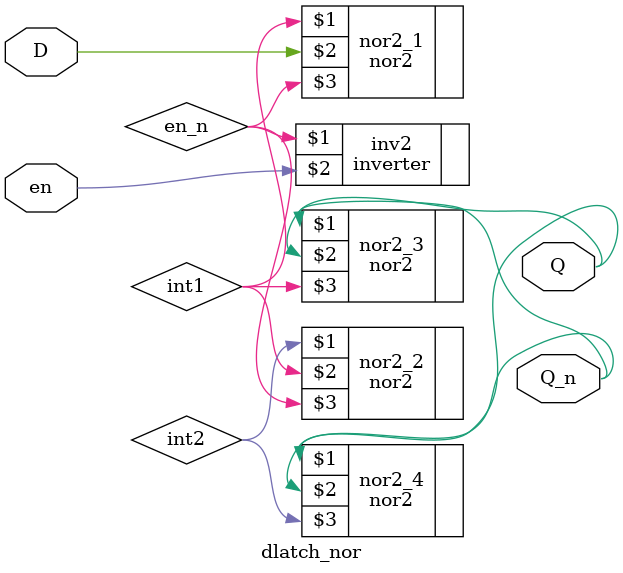
<source format=v>
`timescale 1ns / 1ps
module dlatch_nor(
    output Q,
    output Q_n,
    input D,
    input en
    );

	wire int1, int2, en_n;
	 
	inverter inv2(en_n, en);
	 
	nor2 nor2_1(int1, D, en_n);
	nor2 nor2_2(int2, int1, en_n);
	nor2 nor2_3(Q, Q_n, int1);
	nor2 nor2_4(Q_n, Q, int2);
	 
endmodule

</source>
